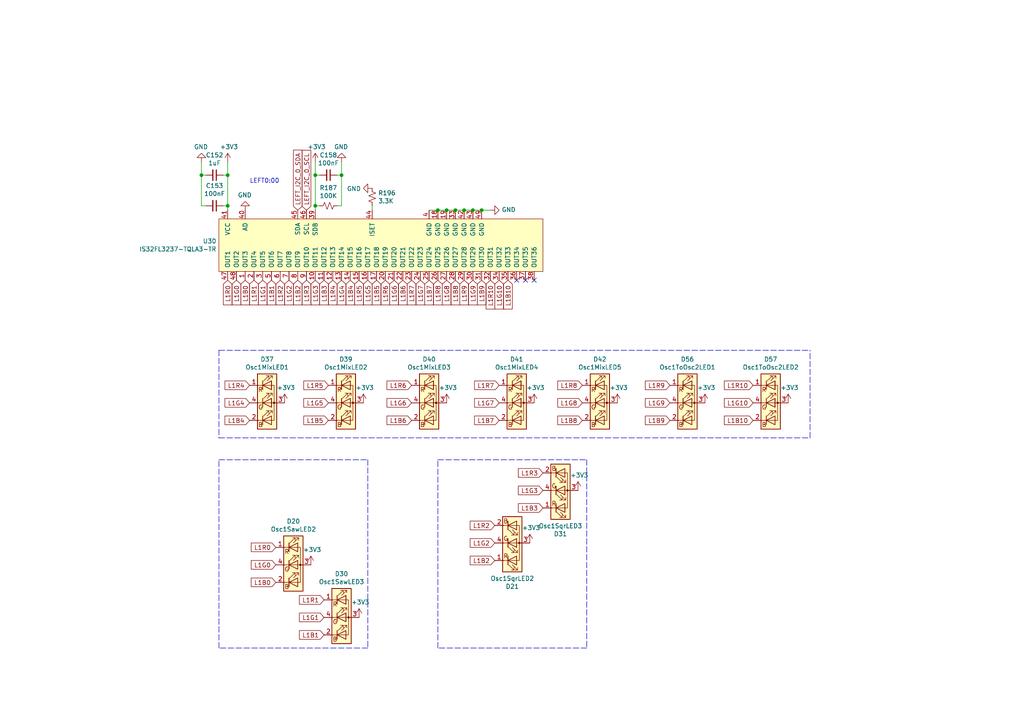
<source format=kicad_sch>
(kicad_sch (version 20210621) (generator eeschema)
  (paper "A4")
  (lib_symbols
    (symbol "Device:C_Small" (pin_numbers hide) (pin_names (offset 0.254) hide)
      (property "Reference" "C" (at 0.254 1.778 0))
      (property "Value" "C_Small" (at 0.254 -2.032 0))
      (symbol "C_Small_0_1"
        (polyline (pts (xy -1.524 -0.508) (xy 1.524 -0.508)) (stroke (width 0.3302)))
        (polyline (pts (xy -1.524 0.508) (xy 1.524 0.508)) (stroke (width 0.3048)))
      )
      (symbol "C_Small_1_1"
        (pin passive line (at 0 2.54 270) (length 2.032) (name "~") (number "1"))
        (pin passive line (at 0 -2.54 90) (length 2.032) (name "~") (number "2"))
      )
    )
    (symbol "Device:R_Small_US" (pin_numbers hide) (pin_names (offset 0.254) hide)
      (property "Reference" "R" (at 0.762 0.508 0))
      (property "Value" "R_Small_US" (at 0.762 -1.016 0))
      (symbol "R_Small_US_1_1"
        (polyline (pts (xy 0 0) (xy 1.016 -0.381) (xy 0 -0.762) (xy -1.016 -1.143) (xy 0 -1.524)))
        (polyline (pts (xy 0 1.524) (xy 1.016 1.143) (xy 0 0.762) (xy -1.016 0.381) (xy 0 0)))
        (pin passive line (at 0 2.54 270) (length 1.016) (name "~") (number "1"))
        (pin passive line (at 0 -2.54 90) (length 1.016) (name "~") (number "2"))
      )
    )
    (symbol "IS32FL3237:IS32FL3237-TQLA3-TR" (pin_names (offset 1.016))
      (property "Reference" "U" (at 0 0 0))
      (property "Value" "IS32FL3237-TQLA3-TR" (at 0 0 0))
      (symbol "IS32FL3237-TQLA3-TR_0_1"
        (rectangle (start -7.62 -2.54) (end 7.62 -96.52) (fill (type background)))
      )
      (symbol "IS32FL3237-TQLA3-TR_1_1"
        (pin output line (at 10.16 -10.16 180) (length 2.54) (name "OUT3") (number "1"))
        (pin output line (at 10.16 -30.48 180) (length 2.54) (name "OUT11") (number "10"))
        (pin output line (at 10.16 -33.02 180) (length 2.54) (name "OUT12") (number "11"))
        (pin output line (at 10.16 -35.56 180) (length 2.54) (name "OUT13") (number "12"))
        (pin output line (at 10.16 -38.1 180) (length 2.54) (name "OUT14") (number "13"))
        (pin output line (at 10.16 -40.64 180) (length 2.54) (name "OUT15") (number "14"))
        (pin output line (at 10.16 -43.18 180) (length 2.54) (name "OUT16") (number "15"))
        (pin output line (at 10.16 -45.72 180) (length 2.54) (name "OUT17") (number "16"))
        (pin output line (at 10.16 -48.26 180) (length 2.54) (name "OUT18") (number "17"))
        (pin power_in line (at -10.16 -66.04 0) (length 2.54) (name "GND") (number "18"))
        (pin power_in line (at -10.16 -68.58 0) (length 2.54) (name "GND") (number "19"))
        (pin output line (at 10.16 -12.7 180) (length 2.54) (name "OUT4") (number "2"))
        (pin output line (at 10.16 -50.8 180) (length 2.54) (name "OUT19") (number "20"))
        (pin output line (at 10.16 -53.34 180) (length 2.54) (name "OUT20") (number "21"))
        (pin output line (at 10.16 -55.88 180) (length 2.54) (name "OUT21") (number "22"))
        (pin output line (at 10.16 -58.42 180) (length 2.54) (name "OUT22") (number "23"))
        (pin output line (at 10.16 -60.96 180) (length 2.54) (name "OUT23") (number "24"))
        (pin output line (at 10.16 -63.5 180) (length 2.54) (name "OUT24") (number "25"))
        (pin output line (at 10.16 -66.04 180) (length 2.54) (name "OUT25") (number "26"))
        (pin output line (at 10.16 -68.58 180) (length 2.54) (name "OUT26") (number "27"))
        (pin output line (at 10.16 -71.12 180) (length 2.54) (name "OUT27") (number "28"))
        (pin output line (at 10.16 -73.66 180) (length 2.54) (name "OUT28") (number "29"))
        (pin output line (at 10.16 -15.24 180) (length 2.54) (name "OUT5") (number "3"))
        (pin output line (at 10.16 -76.2 180) (length 2.54) (name "OUT29") (number "30"))
        (pin output line (at 10.16 -78.74 180) (length 2.54) (name "OUT30") (number "31"))
        (pin output line (at 10.16 -81.28 180) (length 2.54) (name "OUT31") (number "32"))
        (pin power_in line (at -10.16 -71.12 0) (length 2.54) (name "GND") (number "33"))
        (pin output line (at 10.16 -83.82 180) (length 2.54) (name "OUT32") (number "34"))
        (pin output line (at 10.16 -86.36 180) (length 2.54) (name "OUT33") (number "35"))
        (pin output line (at 10.16 -88.9 180) (length 2.54) (name "OUT34") (number "36"))
        (pin output line (at 10.16 -91.44 180) (length 2.54) (name "OUT35") (number "37"))
        (pin output line (at 10.16 -93.98 180) (length 2.54) (name "OUT36") (number "38"))
        (pin input line (at -10.16 -30.48 0) (length 2.54) (name "SDB") (number "39"))
        (pin power_in line (at -10.16 -63.5 0) (length 2.54) (name "GND") (number "4"))
        (pin input line (at -10.16 -10.16 0) (length 2.54) (name "AD") (number "40"))
        (pin power_in line (at -10.16 -5.08 0) (length 2.54) (name "VCC") (number "41"))
        (pin power_in line (at -10.16 -73.66 0) (length 2.54) (name "GND") (number "42"))
        (pin power_in line (at -10.16 -76.2 0) (length 2.54) (name "GND") (number "43"))
        (pin input line (at -10.16 -46.99 0) (length 2.54) (name "ISET") (number "44"))
        (pin input line (at -10.16 -25.4 0) (length 2.54) (name "SDA") (number "45"))
        (pin input line (at -10.16 -27.94 0) (length 2.54) (name "SCL") (number "46"))
        (pin output line (at 10.16 -5.08 180) (length 2.54) (name "OUT1") (number "47"))
        (pin output line (at 10.16 -7.62 180) (length 2.54) (name "OUT2") (number "48"))
        (pin power_in line (at -10.16 -78.74 0) (length 2.54) (name "GND") (number "49"))
        (pin output line (at 10.16 -17.78 180) (length 2.54) (name "OUT6") (number "5"))
        (pin output line (at 10.16 -20.32 180) (length 2.54) (name "OUT7") (number "6"))
        (pin output line (at 10.16 -22.86 180) (length 2.54) (name "OUT8") (number "7"))
        (pin output line (at 10.16 -25.4 180) (length 2.54) (name "OUT9") (number "8"))
        (pin output line (at 10.16 -27.94 180) (length 2.54) (name "OUT10") (number "9"))
      )
    )
    (symbol "fm-b2020rgba-hg:FM-B2020RGBA-HG" (pin_names (offset 0) hide)
      (property "Reference" "D" (at 0 9.398 0))
      (property "Value" "FM-B2020RGBA-HG" (at 0 -8.89 0))
      (symbol "FM-B2020RGBA-HG_0_0"
        (text "B" (at -1.905 -6.35 0) (effects (font (size 1.27 1.27))))
        (text "G" (at -1.905 -1.27 0) (effects (font (size 1.27 1.27))))
        (text "R" (at -1.905 3.81 0) (effects (font (size 1.27 1.27))))
      )
      (symbol "FM-B2020RGBA-HG_0_1"
        (circle (center 2.032 0) (radius 0.254) (fill (type outline)))
        (rectangle (start 1.27 -1.27) (end 1.27 1.27))
        (rectangle (start 1.27 1.27) (end 1.27 1.27))
        (rectangle (start 1.27 3.81) (end 1.27 6.35))
        (rectangle (start 1.27 6.35) (end 1.27 6.35))
        (rectangle (start 2.794 8.382) (end -2.794 -7.62) (stroke (width 0.254)) (fill (type background)))
        (polyline (pts (xy -1.27 -5.08) (xy -2.54 -5.08)))
        (polyline (pts (xy -1.27 -5.08) (xy 1.27 -5.08)))
        (polyline (pts (xy -1.27 -3.81) (xy -1.27 -6.35)))
        (polyline (pts (xy -1.27 -3.81) (xy -1.27 -6.35)) (stroke (width 0.2032)))
        (polyline (pts (xy -1.27 0) (xy -2.54 0)))
        (polyline (pts (xy -1.27 0) (xy 1.27 0)))
        (polyline (pts (xy -1.27 1.27) (xy -1.27 -1.27)) (stroke (width 0.2032)))
        (polyline (pts (xy -1.27 5.08) (xy -2.54 5.08)))
        (polyline (pts (xy -1.27 6.35) (xy -1.27 3.81)) (stroke (width 0.2032)))
        (polyline (pts (xy 1.27 0) (xy 2.54 0)))
        (polyline (pts (xy 1.27 5.08) (xy -1.27 5.08)))
        (polyline (pts (xy -1.27 1.27) (xy -1.27 -1.27) (xy -1.27 -1.27)))
        (polyline (pts (xy -1.27 6.35) (xy -1.27 3.81) (xy -1.27 3.81)))
        (polyline (pts (xy 1.27 -5.08) (xy 2.032 -5.08) (xy 2.032 5.08) (xy 1.27 5.08)))
        (polyline (pts (xy 1.27 -3.81) (xy 1.27 -6.35) (xy -1.27 -5.08) (xy 1.27 -3.81)) (stroke (width 0.2032)))
        (polyline (pts (xy 1.27 1.27) (xy 1.27 -1.27) (xy -1.27 0) (xy 1.27 1.27)) (stroke (width 0.2032)))
        (polyline (pts (xy 1.27 6.35) (xy 1.27 3.81) (xy -1.27 5.08) (xy 1.27 6.35)) (stroke (width 0.2032)))
        (polyline (pts (xy -1.016 -3.81) (xy 0.508 -2.286) (xy -0.254 -2.286) (xy 0.508 -2.286) (xy 0.508 -3.048)))
        (polyline (pts (xy -1.016 1.27) (xy 0.508 2.794) (xy -0.254 2.794) (xy 0.508 2.794) (xy 0.508 2.032)))
        (polyline (pts (xy -1.016 6.35) (xy 0.508 7.874) (xy -0.254 7.874) (xy 0.508 7.874) (xy 0.508 7.112)))
        (polyline (pts (xy 0 -3.81) (xy 1.524 -2.286) (xy 0.762 -2.286) (xy 1.524 -2.286) (xy 1.524 -3.048)))
        (polyline (pts (xy 0 1.27) (xy 1.524 2.794) (xy 0.762 2.794) (xy 1.524 2.794) (xy 1.524 2.032)))
        (polyline (pts (xy 0 6.35) (xy 1.524 7.874) (xy 0.762 7.874) (xy 1.524 7.874) (xy 1.524 7.112)))
      )
      (symbol "FM-B2020RGBA-HG_1_1"
        (pin passive line (at -5.08 5.08 0) (length 2.54) (name "R-") (number "1"))
        (pin passive line (at -5.08 -5.08 0) (length 2.54) (name "B-") (number "2"))
        (pin passive line (at 5.08 0 180) (length 2.54) (name "+") (number "3"))
        (pin passive line (at -5.08 0 0) (length 2.54) (name "G-") (number "4"))
      )
    )
    (symbol "power:+3.3V" (power) (pin_names (offset 0))
      (property "Value" "+3.3V" (at 0 3.556 0))
      (symbol "+3.3V_0_1"
        (polyline (pts (xy -0.762 1.27) (xy 0 2.54)))
        (polyline (pts (xy 0 0) (xy 0 2.54)))
        (polyline (pts (xy 0 2.54) (xy 0.762 1.27)))
      )
      (symbol "+3.3V_1_1"
        (pin power_in line (at 0 0 90) (length 0) hide (name "+3V3") (number "1"))
      )
    )
    (symbol "power:GND" (power) (pin_names (offset 0))
      (property "Value" "GND" (at 0 -3.81 0))
      (symbol "GND_0_1"
        (polyline (pts (xy 0 0) (xy 0 -1.27) (xy 1.27 -1.27) (xy 0 -2.54) (xy -1.27 -1.27) (xy 0 -1.27)))
      )
      (symbol "GND_1_1"
        (pin power_in line (at 0 0 270) (length 0) hide (name "GND") (number "1"))
      )
    )
  )
  (junction (at 58.42 50.8))
  (junction (at 66.04 50.8))
  (junction (at 66.04 59.69))
  (junction (at 91.44 50.8))
  (junction (at 91.44 59.69))
  (junction (at 99.06 50.8))
  (junction (at 127 60.96))
  (junction (at 129.54 60.96))
  (junction (at 132.08 60.96))
  (junction (at 134.62 60.96))
  (junction (at 137.16 60.96))
  (junction (at 139.7 60.96))
  (no_connect (at 149.86 81.28))
  (no_connect (at 152.4 81.28))
  (no_connect (at 154.94 81.28))
  (wire (pts (xy 58.42 46.99) (xy 58.42 50.8)))
  (wire (pts (xy 58.42 50.8) (xy 58.42 59.69)))
  (wire (pts (xy 58.42 59.69) (xy 59.69 59.69)))
  (wire (pts (xy 59.69 50.8) (xy 58.42 50.8)))
  (wire (pts (xy 64.77 50.8) (xy 66.04 50.8)))
  (wire (pts (xy 64.77 59.69) (xy 66.04 59.69)))
  (wire (pts (xy 66.04 46.99) (xy 66.04 50.8)))
  (wire (pts (xy 66.04 50.8) (xy 66.04 59.69)))
  (wire (pts (xy 66.04 59.69) (xy 66.04 60.96)))
  (wire (pts (xy 91.44 46.99) (xy 91.44 50.8)))
  (wire (pts (xy 91.44 50.8) (xy 91.44 59.69)))
  (wire (pts (xy 91.44 59.69) (xy 91.44 60.96)))
  (wire (pts (xy 92.71 50.8) (xy 91.44 50.8)))
  (wire (pts (xy 92.71 59.69) (xy 91.44 59.69)))
  (wire (pts (xy 97.79 50.8) (xy 99.06 50.8)))
  (wire (pts (xy 99.06 46.99) (xy 99.06 50.8)))
  (wire (pts (xy 99.06 50.8) (xy 99.06 59.69)))
  (wire (pts (xy 99.06 59.69) (xy 97.79 59.69)))
  (wire (pts (xy 107.95 59.69) (xy 107.95 60.96)))
  (wire (pts (xy 127 60.96) (xy 124.46 60.96)))
  (wire (pts (xy 129.54 60.96) (xy 127 60.96)))
  (wire (pts (xy 132.08 60.96) (xy 129.54 60.96)))
  (wire (pts (xy 134.62 60.96) (xy 132.08 60.96)))
  (wire (pts (xy 137.16 60.96) (xy 134.62 60.96)))
  (wire (pts (xy 139.7 60.96) (xy 137.16 60.96)))
  (wire (pts (xy 142.24 60.96) (xy 139.7 60.96)))
  (polyline (pts (xy 63.5 101.6) (xy 63.5 127)))
  (polyline (pts (xy 63.5 101.6) (xy 234.95 101.6)))
  (polyline (pts (xy 63.5 127) (xy 234.95 127)))
  (polyline (pts (xy 63.5 133.35) (xy 106.68 133.35)))
  (polyline (pts (xy 63.5 187.96) (xy 63.5 133.35)))
  (polyline (pts (xy 106.68 133.35) (xy 106.68 187.96)))
  (polyline (pts (xy 106.68 187.96) (xy 63.5 187.96)))
  (polyline (pts (xy 127 133.35) (xy 170.18 133.35)))
  (polyline (pts (xy 127 187.96) (xy 127 133.35)))
  (polyline (pts (xy 170.18 133.35) (xy 170.18 187.96)))
  (polyline (pts (xy 170.18 187.96) (xy 127 187.96)))
  (polyline (pts (xy 234.95 127) (xy 234.95 101.6)))
  (text "LEFT0:00" (at 72.39 53.34 0) (effects (font (size 1.27 1.27)) (justify left bottom)))
  (global_label "L1R0" (shape input) (at 66.04 81.28 270) (property "Intersheet References" "${INTERSHEET_REFS}" (effects hide)))
  (global_label "L1G0" (shape input) (at 68.58 81.28 270) (property "Intersheet References" "${INTERSHEET_REFS}" (effects hide)))
  (global_label "L1B0" (shape input) (at 71.12 81.28 270) (property "Intersheet References" "${INTERSHEET_REFS}" (effects hide)))
  (global_label "L1R4" (shape input) (at 72.39 111.76 180) (property "Intersheet References" "${INTERSHEET_REFS}" (effects hide)))
  (global_label "L1G4" (shape input) (at 72.39 116.84 180) (property "Intersheet References" "${INTERSHEET_REFS}" (effects hide)))
  (global_label "L1B4" (shape input) (at 72.39 121.92 180) (property "Intersheet References" "${INTERSHEET_REFS}" (effects hide)))
  (global_label "L1R1" (shape input) (at 73.66 81.28 270) (property "Intersheet References" "${INTERSHEET_REFS}" (effects hide)))
  (global_label "L1G1" (shape input) (at 76.2 81.28 270) (property "Intersheet References" "${INTERSHEET_REFS}" (effects hide)))
  (global_label "L1B1" (shape input) (at 78.74 81.28 270) (property "Intersheet References" "${INTERSHEET_REFS}" (effects hide)))
  (global_label "L1R0" (shape input) (at 80.01 158.75 180) (property "Intersheet References" "${INTERSHEET_REFS}" (effects hide)))
  (global_label "L1G0" (shape input) (at 80.01 163.83 180) (property "Intersheet References" "${INTERSHEET_REFS}" (effects hide)))
  (global_label "L1B0" (shape input) (at 80.01 168.91 180) (property "Intersheet References" "${INTERSHEET_REFS}" (effects hide)))
  (global_label "L1R2" (shape input) (at 81.28 81.28 270) (property "Intersheet References" "${INTERSHEET_REFS}" (effects hide)))
  (global_label "L1G2" (shape input) (at 83.82 81.28 270) (property "Intersheet References" "${INTERSHEET_REFS}" (effects hide)))
  (global_label "LEFT_I2C_0_SDA" (shape input) (at 86.36 60.96 90) (property "Intersheet References" "${INTERSHEET_REFS}" (effects hide)))
  (global_label "L1B2" (shape input) (at 86.36 81.28 270) (property "Intersheet References" "${INTERSHEET_REFS}" (effects hide)))
  (global_label "LEFT_I2C_0_SCL" (shape input) (at 88.9 60.96 90) (property "Intersheet References" "${INTERSHEET_REFS}" (effects hide)))
  (global_label "L1R3" (shape input) (at 88.9 81.28 270) (property "Intersheet References" "${INTERSHEET_REFS}" (effects hide)))
  (global_label "L1G3" (shape input) (at 91.44 81.28 270) (property "Intersheet References" "${INTERSHEET_REFS}" (effects hide)))
  (global_label "L1B3" (shape input) (at 93.98 81.28 270) (property "Intersheet References" "${INTERSHEET_REFS}" (effects hide)))
  (global_label "L1R1" (shape input) (at 93.98 173.99 180) (property "Intersheet References" "${INTERSHEET_REFS}" (effects hide)))
  (global_label "L1G1" (shape input) (at 93.98 179.07 180) (property "Intersheet References" "${INTERSHEET_REFS}" (effects hide)))
  (global_label "L1B1" (shape input) (at 93.98 184.15 180) (property "Intersheet References" "${INTERSHEET_REFS}" (effects hide)))
  (global_label "L1R5" (shape input) (at 95.25 111.76 180) (property "Intersheet References" "${INTERSHEET_REFS}" (effects hide)))
  (global_label "L1G5" (shape input) (at 95.25 116.84 180) (property "Intersheet References" "${INTERSHEET_REFS}" (effects hide)))
  (global_label "L1B5" (shape input) (at 95.25 121.92 180) (property "Intersheet References" "${INTERSHEET_REFS}" (effects hide)))
  (global_label "L1R4" (shape input) (at 96.52 81.28 270) (property "Intersheet References" "${INTERSHEET_REFS}" (effects hide)))
  (global_label "L1G4" (shape input) (at 99.06 81.28 270) (property "Intersheet References" "${INTERSHEET_REFS}" (effects hide)))
  (global_label "L1B4" (shape input) (at 101.6 81.28 270) (property "Intersheet References" "${INTERSHEET_REFS}" (effects hide)))
  (global_label "L1R5" (shape input) (at 104.14 81.28 270) (property "Intersheet References" "${INTERSHEET_REFS}" (effects hide)))
  (global_label "L1G5" (shape input) (at 106.68 81.28 270) (property "Intersheet References" "${INTERSHEET_REFS}" (effects hide)))
  (global_label "L1B5" (shape input) (at 109.22 81.28 270) (property "Intersheet References" "${INTERSHEET_REFS}" (effects hide)))
  (global_label "L1R6" (shape input) (at 111.76 81.28 270) (property "Intersheet References" "${INTERSHEET_REFS}" (effects hide)))
  (global_label "L1G6" (shape input) (at 114.3 81.28 270) (property "Intersheet References" "${INTERSHEET_REFS}" (effects hide)))
  (global_label "L1B6" (shape input) (at 116.84 81.28 270) (property "Intersheet References" "${INTERSHEET_REFS}" (effects hide)))
  (global_label "L1R7" (shape input) (at 119.38 81.28 270) (property "Intersheet References" "${INTERSHEET_REFS}" (effects hide)))
  (global_label "L1R6" (shape input) (at 119.38 111.76 180) (property "Intersheet References" "${INTERSHEET_REFS}" (effects hide)))
  (global_label "L1G6" (shape input) (at 119.38 116.84 180) (property "Intersheet References" "${INTERSHEET_REFS}" (effects hide)))
  (global_label "L1B6" (shape input) (at 119.38 121.92 180) (property "Intersheet References" "${INTERSHEET_REFS}" (effects hide)))
  (global_label "L1G7" (shape input) (at 121.92 81.28 270) (property "Intersheet References" "${INTERSHEET_REFS}" (effects hide)))
  (global_label "L1B7" (shape input) (at 124.46 81.28 270) (property "Intersheet References" "${INTERSHEET_REFS}" (effects hide)))
  (global_label "L1R8" (shape input) (at 127 81.28 270) (property "Intersheet References" "${INTERSHEET_REFS}" (effects hide)))
  (global_label "L1G8" (shape input) (at 129.54 81.28 270) (property "Intersheet References" "${INTERSHEET_REFS}" (effects hide)))
  (global_label "L1B8" (shape input) (at 132.08 81.28 270) (property "Intersheet References" "${INTERSHEET_REFS}" (effects hide)))
  (global_label "L1R9" (shape input) (at 134.62 81.28 270) (property "Intersheet References" "${INTERSHEET_REFS}" (effects hide)))
  (global_label "L1G9" (shape input) (at 137.16 81.28 270) (property "Intersheet References" "${INTERSHEET_REFS}" (effects hide)))
  (global_label "L1B9" (shape input) (at 139.7 81.28 270) (property "Intersheet References" "${INTERSHEET_REFS}" (effects hide)))
  (global_label "L1R10" (shape input) (at 142.24 81.28 270) (property "Intersheet References" "${INTERSHEET_REFS}" (effects hide)))
  (global_label "L1R2" (shape input) (at 143.51 152.4 180) (property "Intersheet References" "${INTERSHEET_REFS}" (effects hide)))
  (global_label "L1G2" (shape input) (at 143.51 157.48 180) (property "Intersheet References" "${INTERSHEET_REFS}" (effects hide)))
  (global_label "L1B2" (shape input) (at 143.51 162.56 180) (property "Intersheet References" "${INTERSHEET_REFS}" (effects hide)))
  (global_label "L1G10" (shape input) (at 144.78 81.28 270) (property "Intersheet References" "${INTERSHEET_REFS}" (effects hide)))
  (global_label "L1R7" (shape input) (at 144.78 111.76 180) (property "Intersheet References" "${INTERSHEET_REFS}" (effects hide)))
  (global_label "L1G7" (shape input) (at 144.78 116.84 180) (property "Intersheet References" "${INTERSHEET_REFS}" (effects hide)))
  (global_label "L1B7" (shape input) (at 144.78 121.92 180) (property "Intersheet References" "${INTERSHEET_REFS}" (effects hide)))
  (global_label "L1B10" (shape input) (at 147.32 81.28 270) (property "Intersheet References" "${INTERSHEET_REFS}" (effects hide)))
  (global_label "L1R3" (shape input) (at 157.48 137.16 180) (property "Intersheet References" "${INTERSHEET_REFS}" (effects hide)))
  (global_label "L1G3" (shape input) (at 157.48 142.24 180) (property "Intersheet References" "${INTERSHEET_REFS}" (effects hide)))
  (global_label "L1B3" (shape input) (at 157.48 147.32 180) (property "Intersheet References" "${INTERSHEET_REFS}" (effects hide)))
  (global_label "L1R8" (shape input) (at 168.91 111.76 180) (property "Intersheet References" "${INTERSHEET_REFS}" (effects hide)))
  (global_label "L1G8" (shape input) (at 168.91 116.84 180) (property "Intersheet References" "${INTERSHEET_REFS}" (effects hide)))
  (global_label "L1B8" (shape input) (at 168.91 121.92 180) (property "Intersheet References" "${INTERSHEET_REFS}" (effects hide)))
  (global_label "L1R9" (shape input) (at 194.31 111.76 180) (property "Intersheet References" "${INTERSHEET_REFS}" (effects hide)))
  (global_label "L1G9" (shape input) (at 194.31 116.84 180) (property "Intersheet References" "${INTERSHEET_REFS}" (effects hide)))
  (global_label "L1B9" (shape input) (at 194.31 121.92 180) (property "Intersheet References" "${INTERSHEET_REFS}" (effects hide)))
  (global_label "L1R10" (shape input) (at 218.44 111.76 180) (property "Intersheet References" "${INTERSHEET_REFS}" (effects hide)))
  (global_label "L1G10" (shape input) (at 218.44 116.84 180) (property "Intersheet References" "${INTERSHEET_REFS}" (effects hide)))
  (global_label "L1B10" (shape input) (at 218.44 121.92 180) (property "Intersheet References" "${INTERSHEET_REFS}" (effects hide)))
  (symbol (lib_id "power:+3.3V") (at 66.04 46.99 0) (unit 1)
    (property "Reference" "#PWR086" (effects hide))
    (property "Value" "+3.3V" (at 66.421 42.5958 0))
  )
  (symbol (lib_id "power:+3.3V") (at 82.55 116.84 0) (unit 1)
    (property "Reference" "#PWR0684" (effects hide))
    (property "Value" "+3.3V" (at 82.931 112.4458 0))
  )
  (symbol (lib_id "power:+3.3V") (at 90.17 163.83 0) (unit 1)
    (property "Reference" "#PWR0696" (effects hide))
    (property "Value" "+3.3V" (at 90.551 159.4358 0))
  )
  (symbol (lib_id "power:+3.3V") (at 91.44 46.99 0) (unit 1)
    (property "Reference" "#PWR0386" (effects hide))
    (property "Value" "+3.3V" (at 91.821 42.5958 0))
  )
  (symbol (lib_id "power:+3.3V") (at 104.14 179.07 0) (unit 1)
    (property "Reference" "#PWR0697" (effects hide))
    (property "Value" "+3.3V" (at 104.521 174.6758 0))
  )
  (symbol (lib_id "power:+3.3V") (at 105.41 116.84 0) (unit 1)
    (property "Reference" "#PWR0685" (effects hide))
    (property "Value" "+3.3V" (at 105.791 112.4458 0))
  )
  (symbol (lib_id "power:+3.3V") (at 129.54 116.84 0) (unit 1)
    (property "Reference" "#PWR0686" (effects hide))
    (property "Value" "+3.3V" (at 129.921 112.4458 0))
  )
  (symbol (lib_id "power:+3.3V") (at 153.67 157.48 0) (unit 1)
    (property "Reference" "#PWR0699" (effects hide))
    (property "Value" "+3.3V" (at 154.051 153.0858 0))
  )
  (symbol (lib_id "power:+3.3V") (at 154.94 116.84 0) (unit 1)
    (property "Reference" "#PWR0687" (effects hide))
    (property "Value" "+3.3V" (at 155.321 112.4458 0))
  )
  (symbol (lib_id "power:+3.3V") (at 167.64 142.24 0) (unit 1)
    (property "Reference" "#PWR0698" (effects hide))
    (property "Value" "+3.3V" (at 168.021 137.8458 0))
  )
  (symbol (lib_id "power:+3.3V") (at 179.07 116.84 0) (unit 1)
    (property "Reference" "#PWR0688" (effects hide))
    (property "Value" "+3.3V" (at 179.451 112.4458 0))
  )
  (symbol (lib_id "power:+3.3V") (at 204.47 116.84 0) (unit 1)
    (property "Reference" "#PWR0689" (effects hide))
    (property "Value" "+3.3V" (at 204.851 112.4458 0))
  )
  (symbol (lib_id "power:+3.3V") (at 228.6 116.84 0) (unit 1)
    (property "Reference" "#PWR0690" (effects hide))
    (property "Value" "+3.3V" (at 228.981 112.4458 0))
  )
  (symbol (lib_id "power:GND") (at 58.42 46.99 180) (unit 1)
    (property "Reference" "#PWR080" (effects hide))
    (property "Value" "GND" (at 58.293 42.5958 0))
  )
  (symbol (lib_id "power:GND") (at 71.12 60.96 180) (unit 1)
    (property "Reference" "#PWR0660" (effects hide))
    (property "Value" "GND" (at 70.993 56.5658 0))
  )
  (symbol (lib_id "power:GND") (at 99.06 46.99 180) (unit 1)
    (property "Reference" "#PWR0391" (effects hide))
    (property "Value" "GND" (at 98.933 42.5958 0))
  )
  (symbol (lib_id "power:GND") (at 107.95 54.61 270) (unit 1)
    (property "Reference" "#PWR0394" (effects hide))
    (property "Value" "GND" (at 104.6988 54.737 90) (effects (justify right)))
  )
  (symbol (lib_id "power:GND") (at 142.24 60.96 90) (unit 1)
    (property "Reference" "#PWR0399" (effects hide))
    (property "Value" "GND" (at 145.4912 60.833 90) (effects (justify right)))
  )
  (symbol (lib_id "Device:R_Small_US") (at 95.25 59.69 270) (unit 1)
    (property "Reference" "R187" (at 95.25 54.483 90))
    (property "Value" "100K" (at 95.25 56.7944 90))
    (property "Footprint" "Resistor_SMD:R_0402_1005Metric" (effects hide))
    (property "LCSC" " C25741" (effects hide))
  )
  (symbol (lib_id "Device:R_Small_US") (at 107.95 57.15 0) (unit 1)
    (property "Reference" "R196" (at 109.6772 55.9816 0) (effects (justify left)))
    (property "Value" "3.3K" (at 109.6772 58.293 0) (effects (justify left)))
    (property "Footprint" "Resistor_SMD:R_0402_1005Metric" (effects hide))
    (property "LCSC" "C25890" (effects hide))
  )
  (symbol (lib_id "Device:C_Small") (at 62.23 50.8 270) (unit 1)
    (property "Reference" "C152" (at 62.23 44.9834 90))
    (property "Value" "1uF" (at 62.23 47.2948 90))
    (property "Footprint" "Capacitor_SMD:C_0402_1005Metric" (effects hide))
    (property "LCSC" "C52923" (effects hide))
  )
  (symbol (lib_id "Device:C_Small") (at 62.23 59.69 270) (unit 1)
    (property "Reference" "C153" (at 62.23 53.8734 90))
    (property "Value" "100nF" (at 62.23 56.1848 90))
    (property "Footprint" "Capacitor_SMD:C_0402_1005Metric" (effects hide))
    (property "LCSC" "C1525" (effects hide))
  )
  (symbol (lib_id "Device:C_Small") (at 95.25 50.8 270) (unit 1)
    (property "Reference" "C158" (at 95.25 44.9834 90))
    (property "Value" "100nF" (at 95.25 47.2948 90))
    (property "Footprint" "Capacitor_SMD:C_0402_1005Metric" (effects hide))
    (property "LCSC" "C1525" (effects hide))
  )
  (symbol (lib_id "fm-b2020rgba-hg:FM-B2020RGBA-HG") (at 77.47 116.84 0) (unit 1)
    (property "Reference" "D37" (at 77.47 104.2162 0))
    (property "Value" "Osc1MixLED1" (at 77.47 106.5276 0))
    (property "Footprint" "fm-b2020rgba-hg:FM-B2020RGBA-HG" (effects hide))
    (property "LCSC" "C108793" (effects hide))
  )
  (symbol (lib_id "fm-b2020rgba-hg:FM-B2020RGBA-HG") (at 85.09 163.83 0) (unit 1)
    (property "Reference" "D20" (at 85.09 151.2062 0))
    (property "Value" "Osc1SawLED2" (at 85.09 153.5176 0))
    (property "Footprint" "fm-b2020rgba-hg:FM-B2020RGBA-HG" (effects hide))
    (property "LCSC" "C108793" (effects hide))
  )
  (symbol (lib_id "fm-b2020rgba-hg:FM-B2020RGBA-HG") (at 99.06 179.07 0) (unit 1)
    (property "Reference" "D30" (at 99.06 166.4462 0))
    (property "Value" "Osc1SawLED3" (at 99.06 168.7576 0))
    (property "Footprint" "fm-b2020rgba-hg:FM-B2020RGBA-HG" (effects hide))
    (property "LCSC" "C108793" (effects hide))
  )
  (symbol (lib_id "fm-b2020rgba-hg:FM-B2020RGBA-HG") (at 100.33 116.84 0) (unit 1)
    (property "Reference" "D39" (at 100.33 104.2162 0))
    (property "Value" "Osc1MixLED2" (at 100.33 106.5276 0))
    (property "Footprint" "fm-b2020rgba-hg:FM-B2020RGBA-HG" (effects hide))
    (property "LCSC" "C108793" (effects hide))
  )
  (symbol (lib_id "fm-b2020rgba-hg:FM-B2020RGBA-HG") (at 124.46 116.84 0) (unit 1)
    (property "Reference" "D40" (at 124.46 104.2162 0))
    (property "Value" "Osc1MixLED3" (at 124.46 106.5276 0))
    (property "Footprint" "fm-b2020rgba-hg:FM-B2020RGBA-HG" (effects hide))
    (property "LCSC" "C108793" (effects hide))
  )
  (symbol (lib_id "fm-b2020rgba-hg:FM-B2020RGBA-HG") (at 148.59 157.48 0) (mirror x) (unit 1)
    (property "Reference" "D21" (at 148.59 170.1038 0))
    (property "Value" "Osc1SqrLED2" (at 148.59 167.7924 0))
    (property "Footprint" "fm-b2020rgba-hg:FM-B2020RGBA-HG" (effects hide))
    (property "LCSC" "C108793" (effects hide))
  )
  (symbol (lib_id "fm-b2020rgba-hg:FM-B2020RGBA-HG") (at 149.86 116.84 0) (unit 1)
    (property "Reference" "D41" (at 149.86 104.2162 0))
    (property "Value" "Osc1MixLED4" (at 149.86 106.5276 0))
    (property "Footprint" "fm-b2020rgba-hg:FM-B2020RGBA-HG" (effects hide))
    (property "LCSC" "C108793" (effects hide))
  )
  (symbol (lib_id "fm-b2020rgba-hg:FM-B2020RGBA-HG") (at 162.56 142.24 0) (mirror x) (unit 1)
    (property "Reference" "D31" (at 162.56 154.8638 0))
    (property "Value" "Osc1SqrLED3" (at 162.56 152.5524 0))
    (property "Footprint" "fm-b2020rgba-hg:FM-B2020RGBA-HG" (effects hide))
    (property "LCSC" "C108793" (effects hide))
  )
  (symbol (lib_id "fm-b2020rgba-hg:FM-B2020RGBA-HG") (at 173.99 116.84 0) (unit 1)
    (property "Reference" "D42" (at 173.99 104.2162 0))
    (property "Value" "Osc1MixLED5" (at 173.99 106.5276 0))
    (property "Footprint" "fm-b2020rgba-hg:FM-B2020RGBA-HG" (effects hide))
    (property "LCSC" "C108793" (effects hide))
  )
  (symbol (lib_id "fm-b2020rgba-hg:FM-B2020RGBA-HG") (at 199.39 116.84 0) (unit 1)
    (property "Reference" "D56" (at 199.39 104.2162 0))
    (property "Value" "Osc1ToOsc2LED1" (at 199.39 106.5276 0))
    (property "Footprint" "fm-b2020rgba-hg:FM-B2020RGBA-HG" (effects hide))
    (property "LCSC" "C108793" (effects hide))
  )
  (symbol (lib_id "fm-b2020rgba-hg:FM-B2020RGBA-HG") (at 223.52 116.84 0) (unit 1)
    (property "Reference" "D57" (at 223.52 104.2162 0))
    (property "Value" "Osc1ToOsc2LED2" (at 223.52 106.5276 0))
    (property "Footprint" "fm-b2020rgba-hg:FM-B2020RGBA-HG" (effects hide))
    (property "LCSC" "C108793" (effects hide))
  )
  (symbol (lib_id "IS32FL3237:IS32FL3237-TQLA3-TR") (at 60.96 71.12 90) (mirror x) (unit 1)
    (property "Reference" "U30" (at 62.7888 69.9516 90) (effects (justify left)))
    (property "Value" "IS32FL3237-TQLA3-TR" (at 62.7888 72.263 90) (effects (justify left)))
    (property "Footprint" "Package_QFP:TQFP-48-1EP_7x7mm_P0.5mm_EP5x5mm" (effects hide))
  )
)
</source>
